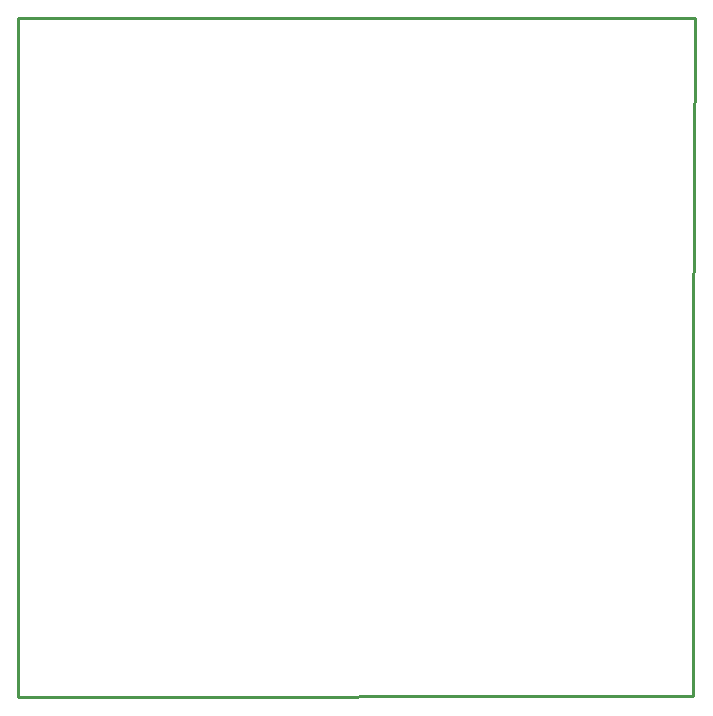
<source format=gko>
G04 Layer: BoardOutlineLayer*
G04 EasyEDA v6.5.14, 2022-08-24 20:25:52*
G04 37d94133e9fb4008a465715c89777dd1,10*
G04 Gerber Generator version 0.2*
G04 Scale: 100 percent, Rotated: No, Reflected: No *
G04 Dimensions in millimeters *
G04 leading zeros omitted , absolute positions ,4 integer and 5 decimal *
%FSLAX45Y45*%
%MOMM*%

%ADD10C,0.2540*%
D10*
X6184900Y10718800D02*
G01*
X11912600Y10718800D01*
X11899900Y7835900D01*
X11899900Y4978400D01*
X6184900Y4965700D01*
X6184900Y10718800D01*

%LPD*%
M02*

</source>
